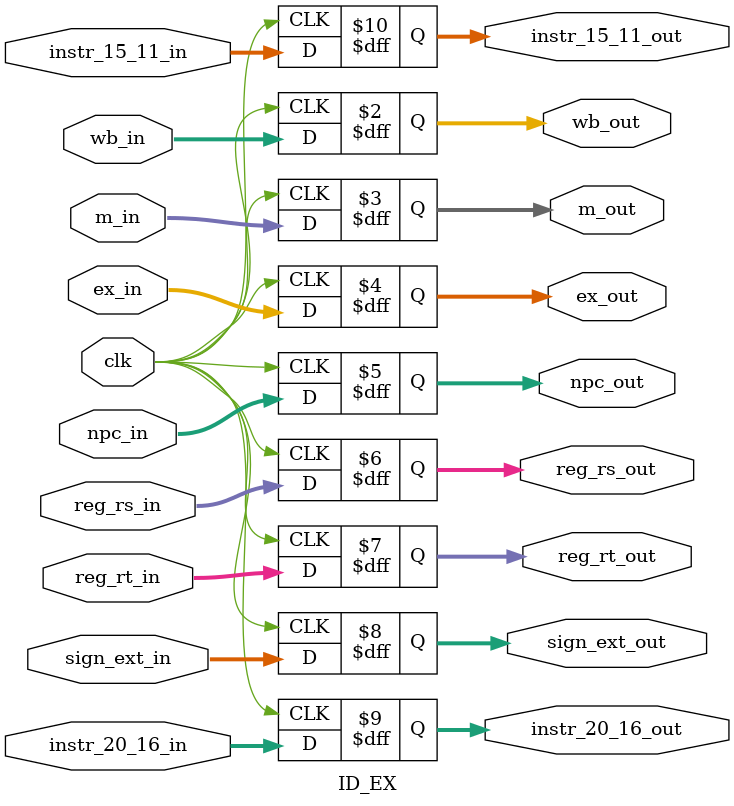
<source format=v>
module ID_EX(
    input clk,
    input [1:0] wb_in,  // Write-back control
    input [2:0] m_in,   // Memory control
    input [3:0] ex_in,  // Execution control
    input [31:0] npc_in, reg_rs_in, reg_rt_in, sign_ext_in,
    input [4:0] instr_20_16_in, instr_15_11_in,
    output reg [1:0] wb_out,
    output reg [2:0] m_out,
    output reg [3:0] ex_out,
    output reg [31:0] npc_out, reg_rs_out, reg_rt_out, sign_ext_out,
    output reg [4:0] instr_20_16_out, instr_15_11_out
    );
    
    always @(posedge clk) 
    begin
        wb_out <= wb_in;
        m_out <= m_in;
        ex_out <= ex_in;
        npc_out <= npc_in;
        reg_rs_out <= reg_rs_in;
        reg_rt_out <= reg_rt_in;
        sign_ext_out <= sign_ext_in;
        instr_20_16_out <= instr_20_16_in;
        instr_15_11_out <= instr_15_11_in;
    end
    
endmodule

</source>
